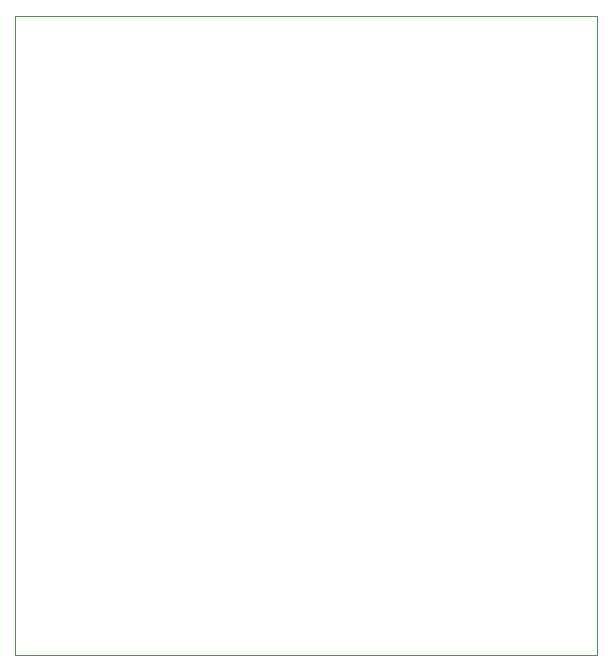
<source format=gbo>
G75*
G70*
%OFA0B0*%
%FSLAX24Y24*%
%IPPOS*%
%LPD*%
%AMOC8*
5,1,8,0,0,1.08239X$1,22.5*
%
%ADD10C,0.0000*%
D10*
X011101Y003065D02*
X011101Y024365D01*
X030501Y024365D01*
X030501Y003065D01*
X011101Y003065D01*
M02*

</source>
